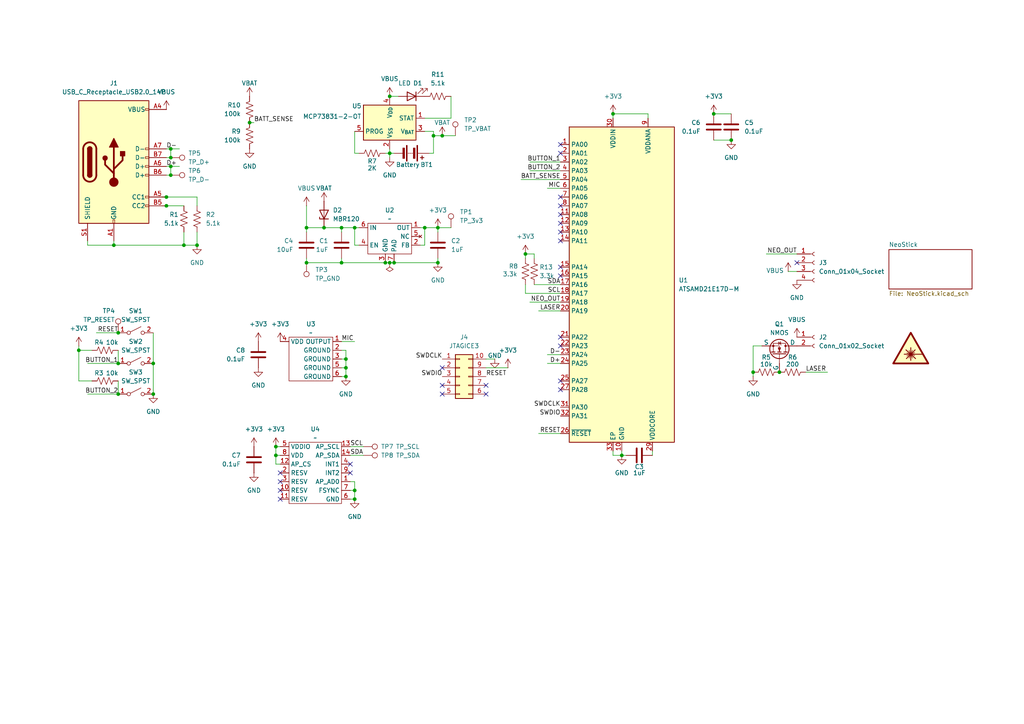
<source format=kicad_sch>
(kicad_sch (version 20231120) (generator "eeschema") (generator_version "8.0")
  (paper "A4")
  (title_block (date "2024-09-09") (rev "1"))
  (lib_symbols
    (symbol "Battery_Management:MCP73831-2-OT"
      (property "Reference" "U5" (at 2.1941 10.16 0))
      (property "Value" "MCP73831-2-OT" (at 2.1941 7.62 0))
      (symbol "MCP73831-2-OT_1_1"
        (pin tri_state line (at 10.16 1.27 180) (length 2.54) (name "STAT") (number "1"))
        (pin power_in line (at 0 -7.62 90) (length 2.54) (name "V_{SS}") (number "2"))
        (pin power_out line (at 10.16 -2.54 180) (length 2.54) (name "V_{BAT}") (number "3"))
        (pin power_in line (at 0 7.62 270) (length 2.54) (name "V_{DD}") (number "4"))
        (pin input line (at -10.16 -2.54 0) (length 2.54) (name "PROG") (number "5"))
      )
    )
    (symbol "Connector:Conn_01x02_Socket" (pin_names (offset 1.016) hide)
      (property "Reference" "J" (at 0 2.54 0))
      (property "Value" "Conn_01x02_Socket" (at 0 -5.08 0))
      (symbol "Conn_01x02_Socket_1_1"
        (pin passive line (at -5.08 0 0) (length 3.81) (name "Pin_1") (number "1"))
        (pin passive line (at -5.08 -2.54 0) (length 3.81) (name "Pin_2") (number "2"))
      )
    )
    (symbol "Connector:Conn_01x04_Socket" (pin_names (offset 1.016) hide)
      (property "Reference" "J" (at 0 5.08 0))
      (property "Value" "Conn_01x04_Socket" (at 0 -7.62 0))
      (symbol "Conn_01x04_Socket_1_1"
        (pin passive line (at -5.08 2.54 0) (length 3.81) (name "Pin_1") (number "1"))
        (pin passive line (at -5.08 0 0) (length 3.81) (name "Pin_2") (number "2"))
        (pin passive line (at -5.08 -2.54 0) (length 3.81) (name "Pin_3") (number "3"))
        (pin passive line (at -5.08 -5.08 0) (length 3.81) (name "Pin_4") (number "4"))
      )
    )
    (symbol "Connector:TestPoint" (pin_numbers hide) (pin_names (offset 0.762) hide)
      (property "Reference" "TP" (at 0 6.858 0))
      (property "Value" "TestPoint" (at 0 5.08 0))
      (symbol "TestPoint_1_1"
        (pin passive line (at 0 0 90) (length 2.54) (name "1") (number "1"))
      )
    )
    (symbol "Connector:USB_C_Receptacle_USB2.0_14P" (pin_names (offset 1.016))
      (property "Reference" "J1" (at 0 22.86 0))
      (property "Value" "USB_C_Receptacle_USB2.0_14P" (at 0 20.32 0))
      (symbol "USB_C_Receptacle_USB2.0_14P_1_1"
        (pin passive line (at 0 -22.86 90) (length 5.08) (name "GND") (number "A1"))
        (pin passive line (at 0 -22.86 90) (length 5.08) hide (name "GND") (number "A12"))
        (pin power_out line (at 15.24 15.24 180) (length 5.08) (name "VBUS") (number "A4"))
        (pin bidirectional line (at 15.24 -10.16 180) (length 5.08) (name "CC1") (number "A5"))
        (pin bidirectional line (at 15.24 -1.27 180) (length 5.08) (name "D+") (number "A6"))
        (pin bidirectional line (at 15.24 3.81 180) (length 5.08) (name "D-") (number "A7"))
        (pin passive line (at 15.24 15.24 180) (length 5.08) hide (name "VBUS") (number "A9"))
        (pin passive line (at 0 -22.86 90) (length 5.08) hide (name "GND") (number "B1"))
        (pin passive line (at 0 -22.86 90) (length 5.08) hide (name "GND") (number "B12"))
        (pin passive line (at 15.24 15.24 180) (length 5.08) hide (name "VBUS") (number "B4"))
        (pin bidirectional line (at 15.24 -12.7 180) (length 5.08) (name "CC2") (number "B5"))
        (pin bidirectional line (at 15.24 -3.81 180) (length 5.08) (name "D+") (number "B6"))
        (pin bidirectional line (at 15.24 1.27 180) (length 5.08) (name "D-") (number "B7"))
        (pin passive line (at 15.24 15.24 180) (length 5.08) hide (name "VBUS") (number "B9"))
        (pin passive line (at -7.62 -22.86 90) (length 5.08) (name "SHIELD") (number "S1"))
      )
    )
    (symbol "Connector_Generic:Conn_02x05_Counter_Clockwise" (pin_names (offset 1.016) hide)
      (property "Reference" "J" (at 1.27 7.62 0))
      (property "Value" "Conn_02x05_Counter_Clockwise" (at 1.27 -7.62 0))
      (symbol "Conn_02x05_Counter_Clockwise_1_1"
        (pin passive line (at -5.08 5.08 0) (length 3.81) (name "Pin_1") (number "1"))
        (pin passive line (at 7.62 5.08 180) (length 3.81) (name "Pin_10") (number "10"))
        (pin passive line (at -5.08 2.54 0) (length 3.81) (name "Pin_2") (number "2"))
        (pin passive line (at -5.08 0 0) (length 3.81) (name "Pin_3") (number "3"))
        (pin passive line (at -5.08 -2.54 0) (length 3.81) (name "Pin_4") (number "4"))
        (pin passive line (at -5.08 -5.08 0) (length 3.81) (name "Pin_5") (number "5"))
        (pin passive line (at 7.62 -5.08 180) (length 3.81) (name "Pin_6") (number "6"))
        (pin passive line (at 7.62 -2.54 180) (length 3.81) (name "Pin_7") (number "7"))
        (pin passive line (at 7.62 0 180) (length 3.81) (name "Pin_8") (number "8"))
        (pin passive line (at 7.62 2.54 180) (length 3.81) (name "Pin_9") (number "9"))
      )
    )
    (symbol "Device:Battery" (pin_numbers hide) (pin_names (offset 0) hide)
      (property "Reference" "BT" (at 2.54 2.54 0))
      (property "Value" "Battery" (at 2.54 0 0))
      (symbol "Battery_1_1"
        (pin passive line (at 0 5.08 270) (length 2.54) (name "+") (number "1"))
        (pin passive line (at 0 -5.08 90) (length 2.54) (name "-") (number "2"))
      )
    )
    (symbol "Device:C" (pin_numbers hide) (pin_names (offset 0.254))
      (property "Reference" "C" (at 0.635 2.54 0))
      (property "Value" "C" (at 0.635 -2.54 0))
      (symbol "C_1_1"
        (pin passive line (at 0 3.81 270) (length 2.794) (name "~") (number "1"))
        (pin passive line (at 0 -3.81 90) (length 2.794) (name "~") (number "2"))
      )
    )
    (symbol "Device:D_Zener" (pin_numbers hide) (pin_names (offset 1.016) hide)
      (property "Reference" "D" (at 0 2.54 0))
      (property "Value" "D_Zener" (at 0 -2.54 0))
      (symbol "D_Zener_1_1"
        (pin passive line (at -3.81 0 0) (length 2.54) (name "K") (number "1"))
        (pin passive line (at 3.81 0 180) (length 2.54) (name "A") (number "2"))
      )
    )
    (symbol "Device:LED" (pin_numbers hide) (pin_names (offset 1.016) hide)
      (property "Reference" "D" (at 0 2.54 0))
      (property "Value" "LED" (at 0 -2.54 0))
      (symbol "LED_1_1"
        (pin passive line (at -3.81 0 0) (length 2.54) (name "K") (number "1"))
        (pin passive line (at 3.81 0 180) (length 2.54) (name "A") (number "2"))
      )
    )
    (symbol "Device:R_US" (pin_numbers hide) (pin_names (offset 0))
      (property "Reference" "R" (at 2.54 0 90))
      (property "Value" "R_US" (at -2.54 0 90))
      (symbol "R_US_1_1"
        (pin passive line (at 0 3.81 270) (length 1.27) (name "~") (number "1"))
        (pin passive line (at 0 -3.81 90) (length 1.27) (name "~") (number "2"))
      )
    )
    (symbol "Graphic:SYM_LASER_Large" (in_bom no) (on_board no))
    (symbol "LightLibrary:ICM-42670-P"
      (property "Reference" "U" (at -0.762 11.43 0))
      (symbol "ICM-42670-P_0_0"
        (pin unspecified line (at 10.16 -1.27 180) (length 2.54) (name "AP_AD0") (number "1"))
        (pin unspecified line (at -10.16 -3.81 0) (length 2.54) (name "RESV") (number "10"))
        (pin unspecified line (at -10.16 -6.35 0) (length 2.54) (name "RESV") (number "11"))
        (pin unspecified line (at -10.16 3.81 0) (length 2.54) (name "AP_CS") (number "12"))
        (pin unspecified line (at 10.16 8.89 180) (length 2.54) (name "AP_SCL") (number "13"))
        (pin unspecified line (at -10.16 1.27 0) (length 2.54) (name "RESV") (number "2"))
        (pin unspecified line (at -10.16 -1.27 0) (length 2.54) (name "RESV") (number "3"))
        (pin unspecified line (at 10.16 3.81 180) (length 2.54) (name "INT1") (number "4"))
        (pin unspecified line (at -10.16 8.89 0) (length 2.54) (name "VDDIO") (number "5"))
        (pin unspecified line (at 10.16 -6.35 180) (length 2.54) (name "GND") (number "6"))
        (pin unspecified line (at 10.16 -3.81 180) (length 2.54) (name "FSYNC") (number "7"))
        (pin unspecified line (at -10.16 6.35 0) (length 2.54) (name "VDD") (number "8"))
        (pin unspecified line (at 10.16 1.27 180) (length 2.54) (name "INT2") (number "9"))
      )
      (symbol "ICM-42670-P_1_0"
        (pin unspecified line (at 10.16 6.35 180) (length 2.54) (name "AP_SDA") (number "14"))
      )
    )
    (symbol "LightLibrary:NCP176"
      (property "Reference" "U" (at 0 5.08 0))
      (symbol "NCP176_0_0"
        (pin power_out line (at 8.89 2.54 180) (length 2.54) (name "OUT") (number "1"))
        (pin input line (at 8.89 -2.54 180) (length 2.54) (name "FB") (number "2"))
        (pin power_in line (at -1.27 -7.62 90) (length 2.54) (name "GND") (number "3"))
        (pin input line (at -8.89 -2.54 0) (length 2.54) (name "EN") (number "4"))
        (pin power_in line (at -8.89 2.54 0) (length 2.54) (name "IN") (number "6"))
      )
      (symbol "NCP176_1_0"
        (pin no_connect line (at 8.89 0 180) (length 2.54) (name "NC") (number "5"))
        (pin power_in line (at 1.27 -7.62 90) (length 2.54) (name "PAD") (number "7"))
      )
    )
    (symbol "LightLibrary:SPU0410"
      (property "Reference" "U" (at 0 8.128 0))
      (symbol "SPU0410_0_0"
        (pin output line (at 8.89 5.08 180) (length 2.54) (name "OUTPUT") (number "1"))
        (pin power_in line (at 8.89 2.54 180) (length 2.54) (name "GROUND") (number "2"))
        (pin power_in line (at 8.89 0 180) (length 2.54) (name "GROUND") (number "3"))
        (pin power_in line (at -8.89 5.08 0) (length 2.54) (name "VDD") (number "4"))
        (pin power_in line (at 8.89 -2.54 180) (length 2.54) (name "GROUND") (number "5"))
        (pin power_in line (at 8.89 -5.08 180) (length 2.54) (name "GROUND") (number "6"))
      )
    )
    (symbol "MCU_Microchip_SAMD:ATSAMD21E17D-M"
      (property "Reference" "U1" (at 16.51 1.2701 0))
      (property "Value" "ATSAMD21E17D-M" (at 16.51 -1.2699 0))
      (symbol "ATSAMD21E17D-M_1_1"
        (pin bidirectional line (at -17.78 40.64 0) (length 2.54) (name "PA00") (number "1"))
        (pin power_in line (at 0 -48.26 90) (length 2.54) (name "GND") (number "10"))
        (pin bidirectional line (at -17.78 20.32 0) (length 2.54) (name "PA08") (number "11"))
        (pin bidirectional line (at -17.78 17.78 0) (length 2.54) (name "PA09") (number "12"))
        (pin bidirectional line (at -17.78 15.24 0) (length 2.54) (name "PA10") (number "13"))
        (pin bidirectional line (at -17.78 12.7 0) (length 2.54) (name "PA11") (number "14"))
        (pin bidirectional line (at -17.78 5.08 0) (length 2.54) (name "PA14") (number "15"))
        (pin bidirectional line (at -17.78 2.54 0) (length 2.54) (name "PA15") (number "16"))
        (pin bidirectional line (at -17.78 0 0) (length 2.54) (name "PA16") (number "17"))
        (pin bidirectional line (at -17.78 -2.54 0) (length 2.54) (name "PA17") (number "18"))
        (pin bidirectional line (at -17.78 -5.08 0) (length 2.54) (name "PA18") (number "19"))
        (pin bidirectional line (at -17.78 38.1 0) (length 2.54) (name "PA01") (number "2"))
        (pin bidirectional line (at -17.78 -7.62 0) (length 2.54) (name "PA19") (number "20"))
        (pin bidirectional line (at -17.78 -15.24 0) (length 2.54) (name "PA22") (number "21"))
        (pin bidirectional line (at -17.78 -17.78 0) (length 2.54) (name "PA23") (number "22"))
        (pin bidirectional line (at -17.78 -20.32 0) (length 2.54) (name "PA24") (number "23"))
        (pin bidirectional line (at -17.78 -22.86 0) (length 2.54) (name "PA25") (number "24"))
        (pin bidirectional line (at -17.78 -27.94 0) (length 2.54) (name "PA27") (number "25"))
        (pin input line (at -17.78 -43.18 0) (length 2.54) (name "~{RESET}") (number "26"))
        (pin bidirectional line (at -17.78 -30.48 0) (length 2.54) (name "PA28") (number "27"))
        (pin passive line (at 0 -48.26 90) (length 2.54) hide (name "GND") (number "28"))
        (pin power_out line (at 8.89 -48.26 90) (length 2.54) (name "VDDCORE") (number "29"))
        (pin bidirectional line (at -17.78 35.56 0) (length 2.54) (name "PA02") (number "3"))
        (pin power_in line (at -2.54 48.26 270) (length 2.54) (name "VDDIN") (number "30"))
        (pin bidirectional line (at -17.78 -35.56 0) (length 2.54) (name "PA30") (number "31"))
        (pin bidirectional line (at -17.78 -38.1 0) (length 2.54) (name "PA31") (number "32"))
        (pin passive line (at -2.54 -48.26 90) (length 2.54) (name "EP") (number "33"))
        (pin bidirectional line (at -17.78 33.02 0) (length 2.54) (name "PA03") (number "4"))
        (pin bidirectional line (at -17.78 30.48 0) (length 2.54) (name "PA04") (number "5"))
        (pin bidirectional line (at -17.78 27.94 0) (length 2.54) (name "PA05") (number "6"))
        (pin bidirectional line (at -17.78 25.4 0) (length 2.54) (name "PA06") (number "7"))
        (pin bidirectional line (at -17.78 22.86 0) (length 2.54) (name "PA07") (number "8"))
        (pin power_in line (at 7.62 48.26 270) (length 2.54) (name "VDDANA") (number "9"))
      )
    )
    (symbol "Simulation_SPICE:NMOS" (pin_numbers hide) (pin_names (offset 0))
      (property "Reference" "Q" (at 5.08 1.27 0))
      (property "Value" "NMOS" (at 5.08 -1.27 0))
      (symbol "NMOS_1_1"
        (pin passive line (at 2.54 5.08 270) (length 2.54) (name "D") (number "1"))
        (pin input line (at -5.08 0 0) (length 2.54) (name "G") (number "2"))
        (pin passive line (at 2.54 -5.08 90) (length 2.54) (name "S") (number "3"))
      )
    )
    (symbol "Switch:SW_SPST" (pin_names (offset 0) hide)
      (property "Reference" "SW" (at 0 3.175 0))
      (property "Value" "SW_SPST" (at 0 -2.54 0))
      (symbol "SW_SPST_1_1"
        (pin passive line (at -5.08 0 0) (length 2.54) (name "A") (number "1"))
        (pin passive line (at 5.08 0 180) (length 2.54) (name "B") (number "2"))
      )
    )
    (symbol "power:+3V3" (power) (pin_numbers hide) (pin_names (offset 0) hide)
      (property "Value" "+3V3" (at 0 3.556 0))
      (symbol "+3V3_1_1"
        (pin power_in line (at 0 0 90) (length 0) (name "~") (number "1"))
      )
    )
    (symbol "power:GND" (power) (pin_numbers hide) (pin_names (offset 0) hide)
      (property "Value" "GND" (at 0 -3.81 0))
      (symbol "GND_1_1"
        (pin power_in line (at 0 0 270) (length 0) (name "~") (number "1"))
      )
    )
    (symbol "power:PWR_FLAG" (power) (pin_numbers hide) (pin_names (offset 0) hide)
      (property "Value" "PWR_FLAG" (at 0 3.81 0))
      (symbol "PWR_FLAG_0_0"
        (pin power_out line (at 0 0 90) (length 0) (name "~") (number "1"))
      )
    )
    (symbol "power:VBUS" (power) (pin_numbers hide) (pin_names (offset 0) hide)
      (property "Value" "VBUS" (at 0 3.556 0))
      (symbol "VBUS_1_1"
        (pin power_in line (at 0 0 90) (length 0) (name "~") (number "1"))
      )
    )
  )
  (junction (at 152.4 73.66))
  (junction (at 100.33 109.22))
  (junction (at 226.06 107.95))
  (junction (at 114.3 76.2))
  (junction (at 127 66.04))
  (junction (at 127 76.2))
  (junction (at 100.33 106.68))
  (junction (at 180.34 132.08))
  (junction (at 207.01 33.02))
  (junction (at 88.9 66.04))
  (junction (at 53.34 71.12))
  (junction (at 80.01 132.08))
  (junction (at 34.29 96.52))
  (junction (at 102.87 66.04))
  (junction (at 44.45 114.3))
  (junction (at 113.03 76.2))
  (junction (at 57.15 71.12))
  (junction (at 49.53 43.18))
  (junction (at 177.8 33.02))
  (junction (at 123.19 66.04))
  (junction (at 34.29 105.41))
  (junction (at 49.53 50.8))
  (junction (at 88.9 76.2))
  (junction (at 93.98 66.04))
  (junction (at 72.39 35.56))
  (junction (at 44.45 105.41))
  (junction (at 34.29 114.3))
  (junction (at 102.87 142.24))
  (junction (at 218.44 107.95))
  (junction (at 113.03 27.94))
  (junction (at 33.02 71.12))
  (junction (at 49.53 48.26))
  (junction (at 99.06 76.2))
  (junction (at 212.09 40.64))
  (junction (at 128.27 39.37))
  (junction (at 102.87 144.78))
  (junction (at 113.03 44.45))
  (junction (at 80.01 129.54))
  (junction (at 22.86 101.6))
  (junction (at 48.26 57.15))
  (junction (at 49.53 45.72))
  (junction (at 100.33 104.14))
  (junction (at 125.73 39.37))
  (junction (at 48.26 59.69))
  (junction (at 99.06 66.04))
  (junction (at 111.76 76.2))
  (no_connect (at 162.56 67.31))
  (no_connect (at 162.56 59.69))
  (no_connect (at 162.56 69.85))
  (no_connect (at 128.27 111.76))
  (no_connect (at 162.56 80.01))
  (no_connect (at 162.56 97.79))
  (no_connect (at 101.6 134.62))
  (no_connect (at 81.28 142.24))
  (no_connect (at 162.56 57.15))
  (no_connect (at 231.14 76.2))
  (no_connect (at 81.28 137.16))
  (no_connect (at 81.28 139.7))
  (no_connect (at 140.97 114.3))
  (no_connect (at 162.56 77.47))
  (no_connect (at 162.56 113.03))
  (no_connect (at 162.56 64.77))
  (no_connect (at 140.97 111.76))
  (no_connect (at 101.6 137.16))
  (no_connect (at 128.27 114.3))
  (no_connect (at 81.28 144.78))
  (no_connect (at 162.56 41.91))
  (no_connect (at 162.56 44.45))
  (no_connect (at 162.56 62.23))
  (no_connect (at 162.56 100.33))
  (no_connect (at 128.27 106.68))
  (no_connect (at 162.56 110.49))
  (wire (pts (xy 25.4 105.41) (xy 34.29 105.41)))
  (wire (pts (xy 123.19 38.1) (xy 125.73 38.1)))
  (wire (pts (xy 218.44 109.22) (xy 218.44 107.95)))
  (wire (pts (xy 57.15 67.31) (xy 57.15 71.12)))
  (wire (pts (xy 22.86 110.49) (xy 26.67 110.49)))
  (wire (pts (xy 27.94 96.52) (xy 34.29 96.52)))
  (wire (pts (xy 99.06 104.14) (xy 100.33 104.14)))
  (wire (pts (xy 80.01 132.08) (xy 81.28 132.08)))
  (wire (pts (xy 113.03 44.45) (xy 113.03 45.72)))
  (wire (pts (xy 48.26 50.8) (xy 49.53 50.8)))
  (wire (pts (xy 102.87 139.7) (xy 101.6 139.7)))
  (wire (pts (xy 44.45 105.41) (xy 44.45 114.3)))
  (wire (pts (xy 111.76 76.2) (xy 113.03 76.2)))
  (wire (pts (xy 102.87 38.1) (xy 102.87 44.45)))
  (wire (pts (xy 46.99 57.15) (xy 48.26 57.15)))
  (wire (pts (xy 46.99 59.69) (xy 48.26 59.69)))
  (wire (pts (xy 140.97 106.68) (xy 147.32 106.68)))
  (wire (pts (xy 49.53 43.18) (xy 52.07 43.18)))
  (wire (pts (xy 88.9 76.2) (xy 99.06 76.2)))
  (wire (pts (xy 153.67 49.53) (xy 162.56 49.53)))
  (wire (pts (xy 140.97 104.14) (xy 143.51 104.14)))
  (wire (pts (xy 22.86 101.6) (xy 22.86 110.49)))
  (wire (pts (xy 114.3 44.45) (xy 113.03 44.45)))
  (wire (pts (xy 130.81 34.29) (xy 123.19 34.29)))
  (wire (pts (xy 49.53 45.72) (xy 49.53 43.18)))
  (wire (pts (xy 121.92 71.12) (xy 123.19 71.12)))
  (wire (pts (xy 111.76 44.45) (xy 113.03 44.45)))
  (wire (pts (xy 101.6 132.08) (xy 105.41 132.08)))
  (wire (pts (xy 156.21 90.17) (xy 162.56 90.17)))
  (wire (pts (xy 25.4 114.3) (xy 34.29 114.3)))
  (wire (pts (xy 80.01 129.54) (xy 80.01 132.08)))
  (wire (pts (xy 33.02 71.12) (xy 33.02 69.85)))
  (wire (pts (xy 22.86 101.6) (xy 26.67 101.6)))
  (wire (pts (xy 102.87 142.24) (xy 102.87 139.7)))
  (wire (pts (xy 99.06 76.2) (xy 99.06 74.93)))
  (wire (pts (xy 102.87 44.45) (xy 104.14 44.45)))
  (wire (pts (xy 100.33 104.14) (xy 100.33 106.68)))
  (wire (pts (xy 34.29 101.6) (xy 34.29 105.41)))
  (wire (pts (xy 44.45 96.52) (xy 44.45 105.41)))
  (wire (pts (xy 48.26 43.18) (xy 49.53 43.18)))
  (wire (pts (xy 88.9 66.04) (xy 88.9 67.31)))
  (wire (pts (xy 127 66.04) (xy 127 67.31)))
  (wire (pts (xy 88.9 74.93) (xy 88.9 76.2)))
  (wire (pts (xy 125.73 38.1) (xy 125.73 39.37)))
  (wire (pts (xy 189.23 130.81) (xy 189.23 132.08)))
  (wire (pts (xy 158.75 54.61) (xy 162.56 54.61)))
  (wire (pts (xy 104.14 71.12) (xy 102.87 71.12)))
  (wire (pts (xy 187.96 33.02) (xy 177.8 33.02)))
  (wire (pts (xy 88.9 59.69) (xy 88.9 66.04)))
  (wire (pts (xy 101.6 129.54) (xy 105.41 129.54)))
  (wire (pts (xy 57.15 71.12) (xy 53.34 71.12)))
  (wire (pts (xy 207.01 40.64) (xy 212.09 40.64)))
  (wire (pts (xy 180.34 130.81) (xy 180.34 132.08)))
  (wire (pts (xy 102.87 144.78) (xy 102.87 142.24)))
  (wire (pts (xy 101.6 144.78) (xy 102.87 144.78)))
  (wire (pts (xy 222.25 73.66) (xy 231.14 73.66)))
  (wire (pts (xy 48.26 48.26) (xy 49.53 48.26)))
  (wire (pts (xy 100.33 106.68) (xy 100.33 109.22)))
  (wire (pts (xy 114.3 76.2) (xy 127 76.2)))
  (wire (pts (xy 100.33 101.6) (xy 100.33 104.14)))
  (wire (pts (xy 49.53 48.26) (xy 49.53 50.8)))
  (wire (pts (xy 48.26 45.72) (xy 49.53 45.72)))
  (wire (pts (xy 113.03 27.94) (xy 115.57 27.94)))
  (wire (pts (xy 22.86 100.33) (xy 22.86 101.6)))
  (wire (pts (xy 218.44 107.95) (xy 218.44 100.33)))
  (wire (pts (xy 34.29 110.49) (xy 34.29 114.3)))
  (wire (pts (xy 207.01 33.02) (xy 212.09 33.02)))
  (wire (pts (xy 81.28 134.62) (xy 80.01 134.62)))
  (wire (pts (xy 93.98 66.04) (xy 99.06 66.04)))
  (wire (pts (xy 99.06 106.68) (xy 100.33 106.68)))
  (wire (pts (xy 130.81 27.94) (xy 130.81 34.29)))
  (wire (pts (xy 80.01 129.54) (xy 81.28 129.54)))
  (wire (pts (xy 152.4 85.09) (xy 152.4 82.55)))
  (wire (pts (xy 125.73 44.45) (xy 124.46 44.45)))
  (wire (pts (xy 181.61 132.08) (xy 180.34 132.08)))
  (wire (pts (xy 102.87 66.04) (xy 104.14 66.04)))
  (wire (pts (xy 25.4 71.12) (xy 25.4 69.85)))
  (wire (pts (xy 113.03 44.45) (xy 113.03 43.18)))
  (wire (pts (xy 99.06 109.22) (xy 100.33 109.22)))
  (wire (pts (xy 99.06 66.04) (xy 102.87 66.04)))
  (wire (pts (xy 127 66.04) (xy 130.81 66.04)))
  (wire (pts (xy 152.4 73.66) (xy 152.4 74.93)))
  (wire (pts (xy 233.68 107.95) (xy 240.03 107.95)))
  (wire (pts (xy 113.03 76.2) (xy 114.3 76.2)))
  (wire (pts (xy 152.4 73.66) (xy 154.94 73.66)))
  (wire (pts (xy 123.19 66.04) (xy 127 66.04)))
  (wire (pts (xy 125.73 39.37) (xy 125.73 44.45)))
  (wire (pts (xy 73.66 35.56) (xy 72.39 35.56)))
  (wire (pts (xy 177.8 33.02) (xy 177.8 34.29)))
  (wire (pts (xy 187.96 33.02) (xy 187.96 34.29)))
  (wire (pts (xy 57.15 57.15) (xy 57.15 59.69)))
  (wire (pts (xy 49.53 48.26) (xy 52.07 48.26)))
  (wire (pts (xy 158.75 105.41) (xy 162.56 105.41)))
  (wire (pts (xy 48.26 57.15) (xy 57.15 57.15)))
  (wire (pts (xy 125.73 39.37) (xy 128.27 39.37)))
  (wire (pts (xy 99.06 76.2) (xy 111.76 76.2)))
  (wire (pts (xy 121.92 66.04) (xy 123.19 66.04)))
  (wire (pts (xy 156.21 125.73) (xy 162.56 125.73)))
  (wire (pts (xy 218.44 100.33) (xy 220.98 100.33)))
  (wire (pts (xy 53.34 67.31) (xy 53.34 71.12)))
  (wire (pts (xy 102.87 66.04) (xy 102.87 71.12)))
  (wire (pts (xy 88.9 66.04) (xy 93.98 66.04)))
  (wire (pts (xy 53.34 71.12) (xy 33.02 71.12)))
  (wire (pts (xy 153.67 46.99) (xy 162.56 46.99)))
  (wire (pts (xy 154.94 82.55) (xy 162.56 82.55)))
  (wire (pts (xy 153.67 87.63) (xy 162.56 87.63)))
  (wire (pts (xy 80.01 134.62) (xy 80.01 132.08)))
  (wire (pts (xy 158.75 102.87) (xy 162.56 102.87)))
  (wire (pts (xy 154.94 73.66) (xy 154.94 74.93)))
  (wire (pts (xy 177.8 132.08) (xy 177.8 130.81)))
  (wire (pts (xy 128.27 39.37) (xy 132.08 39.37)))
  (wire (pts (xy 33.02 71.12) (xy 25.4 71.12)))
  (wire (pts (xy 99.06 101.6) (xy 100.33 101.6)))
  (wire (pts (xy 99.06 66.04) (xy 99.06 67.31)))
  (wire (pts (xy 99.06 99.06) (xy 102.87 99.06)))
  (wire (pts (xy 123.19 66.04) (xy 123.19 71.12)))
  (wire (pts (xy 151.13 52.07) (xy 162.56 52.07)))
  (wire (pts (xy 152.4 85.09) (xy 162.56 85.09)))
  (wire (pts (xy 102.87 142.24) (xy 101.6 142.24)))
  (wire (pts (xy 228.6 78.74) (xy 231.14 78.74)))
  (wire (pts (xy 180.34 132.08) (xy 177.8 132.08)))
  (wire (pts (xy 127 76.2) (xy 127 74.93)))
  (wire (pts (xy 48.26 59.69) (xy 53.34 59.69)))
  (label "D+" (at 48.26 48.26 0))
  (label "SWDCLK" (at 162.56 118.11 180))
  (label "LASER" (at 162.56 90.17 180))
  (label "MIC" (at 162.56 54.61 180))
  (label "SWDCLK" (at 128.27 104.14 180))
  (label "BATT_SENSE" (at 162.56 52.07 180))
  (label "BUTTON_1" (at 34.29 105.41 180))
  (label "BUTTON_2" (at 34.29 114.3 180))
  (label "SCL" (at 162.56 85.09 180))
  (label "MIC" (at 99.06 99.06 0))
  (label "SWDIO" (at 128.27 109.22 180))
  (label "SCL" (at 101.6 129.54 0))
  (label "NEO_OUT" (at 231.14 73.66 180))
  (label "D+" (at 162.56 105.41 180))
  (label "BUTTON_2" (at 162.56 49.53 180))
  (label "BATT_SENSE" (at 73.66 35.56 0))
  (label "NEO_OUT" (at 162.56 87.63 180))
  (label "RESET" (at 140.97 109.22 0))
  (label "RESET" (at 162.56 125.73 180))
  (label "D-" (at 48.26 43.18 0))
  (label "LASER" (at 233.68 107.95 0))
  (label "SWDIO" (at 162.56 120.65 180))
  (label "D-" (at 162.56 102.87 180))
  (label "BUTTON_1" (at 162.56 46.99 180))
  (label "SDA" (at 101.6 132.08 0))
  (label "SDA" (at 162.56 82.55 180))
  (label "RESET" (at 34.29 96.52 180))
  (symbol (lib_id "power:GND") (at 218.44 109.22 0) (unit 1)
    (property "Reference" "#PWR014" (effects (hide yes)))
    (property "Value" "GND" (at 218.44 114.3 0))
    (property "Description" "Power symbol creates a global label with name \"GND\" , ground" (effects (hide yes)))
  )
  (symbol (lib_id "power:GND") (at 231.14 81.28 0) (unit 1)
    (property "Reference" "#PWR05" (effects (hide yes)))
    (property "Value" "GND" (at 231.14 86.36 0))
    (property "Description" "Power symbol creates a global label with name \"GND\" , ground" (effects (hide yes)))
  )
  (symbol (lib_id "Device:C") (at 88.9 71.12 0) (mirror y) (unit 1)
    (property "Reference" "C4" (at 85.09 69.8499 0) (effects (justify left)))
    (property "Value" "10uF" (at 85.09 72.3899 0) (effects (justify left)))
    (property "Footprint" "Capacitor_SMD:C_0603_1608Metric" (effects (hide yes)))
    (property "Description" "Unpolarized capacitor" (effects (hide yes)))
  )
  (symbol (lib_id "Device:LED") (at 119.38 27.94 180) (unit 1)
    (property "Reference" "D1" (at 121.158 24.13 0))
    (property "Value" "LED" (at 117.348 24.13 0))
    (property "Footprint" "LED_SMD:LED_0603_1608Metric" (effects (hide yes)))
    (property "Description" "Light emitting diode" (effects (hide yes)))
  )
  (symbol (lib_id "power:PWR_FLAG") (at 113.03 76.2 180) (unit 1)
    (property "Reference" "#FLG02" (effects (hide yes)))
    (property "Value" "PWR_FLAG" (effects (hide yes)))
    (property "Description" "Special symbol for telling ERC where power comes from" (effects (hide yes)))
  )
  (symbol (lib_id "power:+3V3") (at 177.8 33.02 0) (unit 1)
    (property "Reference" "#PWR025" (effects (hide yes)))
    (property "Value" "+3V3" (at 177.8 27.94 0))
    (property "Description" "Power symbol creates a global label with name \"+3V3\"" (effects (hide yes)))
  )
  (symbol (lib_id "Connector:Conn_01x04_Socket") (at 236.22 76.2 0) (unit 1)
    (property "Reference" "J3" (at 237.49 76.1999 0) (effects (justify left)))
    (property "Value" "Conn_01x04_Socket" (at 237.49 78.7399 0) (effects (justify left)))
    (property "Footprint" "Connector_PinSocket_2.54mm:PinSocket_1x04_P2.54mm_Vertical" (effects (hide yes)))
    (property "Description" "Generic connector, single row, 01x04, script generated" (effects (hide yes)))
  )
  (symbol (lib_id "power:+3V3") (at 147.32 106.68 0) (mirror y) (unit 1)
    (property "Reference" "#PWR024" (effects (hide yes)))
    (property "Value" "+3V3" (at 147.32 101.6 0))
    (property "Description" "Power symbol creates a global label with name \"+3V3\"" (effects (hide yes)))
  )
  (symbol (lib_id "Switch:SW_SPST") (at 39.37 105.41 0) (unit 1)
    (property "Reference" "SW2" (at 39.37 99.06 0))
    (property "Value" "SW_SPST" (at 39.37 101.6 0))
    (property "Footprint" "Button_Switch_SMD:SW_Push_1P1T_NO_CK_KSC6xxJ" (effects (hide yes)))
    (property "Description" "Single Pole Single Throw (SPST) switch" (effects (hide yes)))
  )
  (symbol (lib_id "power:+3V3") (at 73.66 129.54 0) (mirror y) (unit 1)
    (property "Reference" "#PWR019" (effects (hide yes)))
    (property "Value" "+3V3" (at 73.66 124.46 0))
    (property "Description" "Power symbol creates a global label with name \"+3V3\"" (effects (hide yes)))
  )
  (symbol (lib_id "Battery_Management:MCP73831-2-OT") (at 113.03 35.56 0) (unit 1)
    (property "Reference" "U5" (at 102.108 30.734 0) (effects (justify left)))
    (property "Value" "MCP73831-2-OT" (at 87.884 33.782 0) (effects (justify left)))
    (property "Footprint" "Package_TO_SOT_SMD:SOT-23-5" (effects (hide yes)))
    (property "Datasheet" "http://ww1.microchip.com/downloads/en/DeviceDoc/20001984g.pdf" (effects (hide yes)))
    (property "Description" "Single cell, Li-Ion/Li-Po charge management controller, 4.20V, Tri-State Status Output, in SOT23-5 package" (effects (hide yes)))
  )
  (symbol (lib_id "power:VBUS") (at 128.27 39.37 0) (unit 1)
    (property "Reference" "#PWR027" (effects (hide yes)))
    (property "Value" "VBAT" (at 128.27 35.56 0))
    (property "Description" "Power symbol creates a global label with name \"VBUS\"" (effects (hide yes)))
  )
  (symbol (lib_id "power:GND") (at 74.93 106.68 0) (mirror y) (unit 1)
    (property "Reference" "#PWR018" (effects (hide yes)))
    (property "Value" "GND" (at 74.93 111.76 0))
    (property "Description" "Power symbol creates a global label with name \"GND\" , ground" (effects (hide yes)))
  )
  (symbol (lib_id "power:+3V3") (at 152.4 73.66 0) (mirror y) (unit 1)
    (property "Reference" "#PWR032" (effects (hide yes)))
    (property "Value" "+3V3" (at 152.4 68.58 0))
    (property "Description" "Power symbol creates a global label with name \"+3V3\"" (effects (hide yes)))
  )
  (symbol (lib_id "power:+3V3") (at 127 66.04 0) (unit 1)
    (property "Reference" "#PWR02" (effects (hide yes)))
    (property "Value" "+3V3" (at 127 60.96 0))
    (property "Description" "Power symbol creates a global label with name \"+3V3\"" (effects (hide yes)))
  )
  (symbol (lib_id "power:GND") (at 44.45 114.3 0) (unit 1)
    (property "Reference" "#PWR08" (effects (hide yes)))
    (property "Value" "GND" (at 44.45 119.38 0))
    (property "Description" "Power symbol creates a global label with name \"GND\" , ground" (effects (hide yes)))
  )
  (symbol (lib_id "MCU_Microchip_SAMD:ATSAMD21E17D-M") (at 180.34 82.55 0) (unit 1)
    (property "Reference" "U1" (at 196.85 81.2799 0) (effects (justify left)))
    (property "Value" "ATSAMD21E17D-M" (at 196.85 83.8199 0) (effects (justify left)))
    (property "Footprint" "Package_DFN_QFN:QFN-32-1EP_5x5mm_P0.5mm_EP3.6x3.6mm" (effects (hide yes)))
    (property "Datasheet" "http://ww1.microchip.com/downloads/en/DeviceDoc/SAM_D21_DA1_Family_Data%20Sheet_DS40001882E.pdf" (effects (hide yes)))
    (property "Description" "SAM D21 Microchip SMART ARM-based Flash MCU, 48Mhz, 128K Flash w/ 4K RWW, 16K SRAM, QFN-32" (effects (hide yes)))
  )
  (symbol (lib_id "Device:C") (at 212.09 36.83 0) (unit 1)
    (property "Reference" "C5" (at 215.9 35.5599 0) (effects (justify left)))
    (property "Value" "0.1uF" (at 215.9 38.0999 0) (effects (justify left)))
    (property "Footprint" "Capacitor_SMD:C_0603_1608Metric" (effects (hide yes)))
    (property "Description" "Unpolarized capacitor" (effects (hide yes)))
  )
  (symbol (lib_id "power:GND") (at 212.09 40.64 0) (unit 1)
    (property "Reference" "#PWR011" (effects (hide yes)))
    (property "Value" "GND" (at 212.09 45.72 0))
    (property "Description" "Power symbol creates a global label with name \"GND\" , ground" (effects (hide yes)))
  )
  (symbol (lib_id "Device:C") (at 207.01 36.83 0) (mirror y) (unit 1)
    (property "Reference" "C6" (at 203.2 35.5599 0) (effects (justify left)))
    (property "Value" "0.1uF" (at 203.2 38.0999 0) (effects (justify left)))
    (property "Footprint" "Capacitor_SMD:C_0603_1608Metric" (effects (hide yes)))
    (property "Description" "Unpolarized capacitor" (effects (hide yes)))
  )
  (symbol (lib_id "Switch:SW_SPST") (at 39.37 114.3 0) (unit 1)
    (property "Reference" "SW3" (at 39.37 107.95 0))
    (property "Value" "SW_SPST" (at 39.37 110.49 0))
    (property "Footprint" "Button_Switch_SMD:SW_Push_1P1T_NO_CK_KSC6xxJ" (effects (hide yes)))
    (property "Description" "Single Pole Single Throw (SPST) switch" (effects (hide yes)))
  )
  (symbol (lib_id "Device:R_US") (at 30.48 110.49 90) (unit 1)
    (property "Reference" "R3" (at 28.702 108.204 90))
    (property "Value" "10k" (at 32.512 108.204 90))
    (property "Footprint" "Resistor_SMD:R_0603_1608Metric" (effects (hide yes)))
    (property "Description" "Resistor, US symbol" (effects (hide yes)))
  )
  (symbol (lib_id "power:GND") (at 72.39 43.18 0) (unit 1)
    (property "Reference" "#PWR031" (effects (hide yes)))
    (property "Value" "GND" (at 72.39 48.26 0))
    (property "Description" "Power symbol creates a global label with name \"GND\" , ground" (effects (hide yes)))
  )
  (symbol (lib_id "Device:R_US") (at 152.4 78.74 0) (unit 1)
    (property "Reference" "R8" (at 147.574 77.216 0) (effects (justify left)))
    (property "Value" "3.3k" (at 145.796 79.502 0) (effects (justify left)))
    (property "Footprint" "Resistor_SMD:R_0603_1608Metric" (effects (hide yes)))
    (property "Description" "Resistor, US symbol" (effects (hide yes)))
  )
  (symbol (lib_id "Device:R_US") (at 30.48 101.6 90) (unit 1)
    (property "Reference" "R4" (at 28.702 99.314 90))
    (property "Value" "10k" (at 32.512 99.314 90))
    (property "Footprint" "Resistor_SMD:R_0603_1608Metric" (effects (hide yes)))
    (property "Description" "Resistor, US symbol" (effects (hide yes)))
  )
  (symbol (lib_id "power:GND") (at 127 76.2 0) (unit 1)
    (property "Reference" "#PWR01" (effects (hide yes)))
    (property "Value" "GND" (at 127 81.28 0))
    (property "Description" "Power symbol creates a global label with name \"GND\" , ground" (effects (hide yes)))
  )
  (symbol (lib_id "LightLibrary:SPU0410") (at 90.17 104.14 0) (unit 1)
    (property "Reference" "U3" (at 90.17 93.98 0))
    (property "Value" "~" (at 90.17 96.52 0))
    (property "Footprint" "LightLibrary:XDCR_SPU0410LR5H-QB" (effects (hide yes)))
  )
  (symbol (lib_id "Connector:TestPoint") (at 132.08 39.37 0) (unit 1)
    (property "Reference" "TP2" (at 134.62 34.7979 0) (effects (justify left)))
    (property "Value" "TP_VBAT" (at 134.62 37.3379 0) (effects (justify left)))
    (property "Footprint" "TestPoint:TestPoint_Pad_D1.5mm" (effects (hide yes)))
    (property "Description" "test point" (effects (hide yes)))
  )
  (symbol (lib_id "Connector:TestPoint") (at 105.41 132.08 270) (unit 1)
    (property "Reference" "TP8" (at 110.49 132.0799 90) (effects (justify left)))
    (property "Value" "TP_SDA" (at 114.808 132.08 90) (effects (justify left)))
    (property "Footprint" "TestPoint:TestPoint_Pad_D1.5mm" (effects (hide yes)))
    (property "Description" "test point" (effects (hide yes)))
  )
  (symbol (lib_id "power:GND") (at 100.33 109.22 0) (mirror y) (unit 1)
    (property "Reference" "#PWR016" (effects (hide yes)))
    (property "Value" "GND" (at 100.33 114.3 0))
    (property "Description" "Power symbol creates a global label with name \"GND\" , ground" (effects (hide yes)))
  )
  (symbol (lib_id "Switch:SW_SPST") (at 39.37 96.52 0) (unit 1)
    (property "Reference" "SW1" (at 39.37 90.17 0))
    (property "Value" "SW_SPST" (at 39.37 92.71 0))
    (property "Footprint" "Button_Switch_SMD:SW_Push_1P1T_NO_CK_KSC6xxJ" (effects (hide yes)))
    (property "Description" "Single Pole Single Throw (SPST) switch" (effects (hide yes)))
  )
  (symbol (lib_id "Device:R_US") (at 107.95 44.45 270) (unit 1)
    (property "Reference" "R7" (at 107.95 46.736 90))
    (property "Value" "2K" (at 107.95 48.768 90))
    (property "Footprint" "Resistor_SMD:R_0603_1608Metric" (effects (hide yes)))
    (property "Description" "Resistor, US symbol" (effects (hide yes)))
  )
  (symbol (lib_id "power:VBUS") (at 113.03 27.94 0) (unit 1)
    (property "Reference" "#PWR07" (effects (hide yes)))
    (property "Value" "VBUS" (at 113.03 22.86 0))
    (property "Description" "Power symbol creates a global label with name \"VBUS\"" (effects (hide yes)))
  )
  (symbol (lib_id "Device:D_Zener") (at 93.98 62.23 90) (unit 1)
    (property "Reference" "D2" (at 96.52 60.9599 90) (effects (justify right)))
    (property "Value" "MBR120" (at 96.52 63.4999 90) (effects (justify right)))
    (property "Footprint" "Diode_SMD:D_SOD-123F" (effects (hide yes)))
    (property "Description" "Zener diode" (effects (hide yes)))
  )
  (symbol (lib_id "Device:R_US") (at 72.39 39.37 0) (mirror y) (unit 1)
    (property "Reference" "R9" (at 69.85 38.0999 0) (effects (justify left)))
    (property "Value" "100k" (at 69.85 40.6399 0) (effects (justify left)))
    (property "Footprint" "Resistor_SMD:R_0603_1608Metric" (effects (hide yes)))
    (property "Description" "Resistor, US symbol" (effects (hide yes)))
  )
  (symbol (lib_id "power:GND") (at 143.51 104.14 0) (mirror y) (unit 1)
    (property "Reference" "#PWR023" (effects (hide yes)))
    (property "Value" "GND" (at 143.51 103.124 0))
    (property "Description" "Power symbol creates a global label with name \"GND\" , ground" (effects (hide yes)))
  )
  (symbol (lib_id "power:VBUS") (at 231.14 97.79 0) (unit 1)
    (property "Reference" "#PWR013" (effects (hide yes)))
    (property "Value" "VBUS" (at 231.14 92.71 0))
    (property "Description" "Power symbol creates a global label with name \"VBUS\"" (effects (hide yes)))
  )
  (symbol (lib_id "LightLibrary:NCP176") (at 113.03 68.58 0) (unit 1)
    (property "Reference" "U2" (at 113.03 60.96 0))
    (property "Value" "~" (at 113.03 63.5 0))
    (property "Footprint" "LightLibrary:XDFN6_711AT_ONS-L" (effects (hide yes)))
  )
  (symbol (lib_id "Device:C") (at 73.66 133.35 0) (mirror y) (unit 1)
    (property "Reference" "C7" (at 69.85 132.0799 0) (effects (justify left)))
    (property "Value" "0.1uF" (at 69.85 134.6199 0) (effects (justify left)))
    (property "Footprint" "Capacitor_SMD:C_0603_1608Metric" (effects (hide yes)))
    (property "Description" "Unpolarized capacitor" (effects (hide yes)))
  )
  (symbol (lib_id "Device:C") (at 185.42 132.08 90) (mirror x) (unit 1)
    (property "Reference" "C3" (at 185.42 135.382 90))
    (property "Value" "1uF" (at 185.42 137.16 90))
    (property "Footprint" "Capacitor_SMD:C_0603_1608Metric" (effects (hide yes)))
    (property "Description" "Unpolarized capacitor" (effects (hide yes)))
  )
  (symbol (lib_id "power:GND") (at 113.03 45.72 0) (unit 1)
    (property "Reference" "#PWR026" (effects (hide yes)))
    (property "Value" "GND" (at 113.03 50.8 0))
    (property "Description" "Power symbol creates a global label with name \"GND\" , ground" (effects (hide yes)))
  )
  (symbol (lib_id "power:VBUS") (at 93.98 58.42 0) (unit 1)
    (property "Reference" "#PWR029" (effects (hide yes)))
    (property "Value" "VBAT" (at 93.98 54.61 0))
    (property "Description" "Power symbol creates a global label with name \"VBUS\"" (effects (hide yes)))
  )
  (symbol (lib_id "power:VBUS") (at 228.6 78.74 0) (unit 1)
    (property "Reference" "#PWR012" (effects (hide yes)))
    (property "Value" "VBUS" (at 224.79 78.486 0))
    (property "Description" "Power symbol creates a global label with name \"VBUS\"" (effects (hide yes)))
  )
  (symbol (lib_id "Connector:USB_C_Receptacle_USB2.0_14P") (at 33.02 46.99 0) (unit 1)
    (property "Reference" "J1" (at 33.02 24.13 0))
    (property "Value" "USB_C_Receptacle_USB2.0_14P" (at 33.02 26.67 0))
    (property "Footprint" "Connector_USB:USB_C_Receptacle_Palconn_UTC16-G" (effects (hide yes)))
    (property "Datasheet" "https://www.usb.org/sites/default/files/documents/usb_type-c.zip" (effects (hide yes)))
    (property "Description" "USB 2.0-only 14P Type-C Receptacle connector" (effects (hide yes)))
  )
  (symbol (lib_id "Device:R_US") (at 57.15 63.5 0) (unit 1)
    (property "Reference" "R2" (at 59.69 62.2299 0) (effects (justify left)))
    (property "Value" "5.1k" (at 59.69 64.7699 0) (effects (justify left)))
    (property "Footprint" "Resistor_SMD:R_0603_1608Metric" (effects (hide yes)))
    (property "Description" "Resistor, US symbol" (effects (hide yes)))
  )
  (symbol (lib_id "Connector_Generic:Conn_02x05_Counter_Clockwise") (at 133.35 109.22 0) (unit 1)
    (property "Reference" "J4" (at 134.62 97.79 0))
    (property "Value" "JTAGICE3" (at 134.62 100.33 0))
    (property "Footprint" "Connector_PinHeader_2.54mm:PinHeader_2x05_P2.54mm_Vertical" (effects (hide yes)))
    (property "Description" "Generic connector, double row, 02x05, counter clockwise pin numbering scheme (similar to DIP package numbering), script generated (kicad-library-utils/schlib/autogen/connector/)" (effects (hide yes)))
  )
  (symbol (lib_id "power:GND") (at 180.34 132.08 0) (unit 1)
    (property "Reference" "#PWR06" (effects (hide yes)))
    (property "Value" "GND" (at 180.34 137.16 0))
    (property "Description" "Power symbol creates a global label with name \"GND\" , ground" (effects (hide yes)))
  )
  (symbol (lib_id "Device:R_US") (at 229.87 107.95 90) (unit 1)
    (property "Reference" "R6" (at 229.87 103.632 90))
    (property "Value" "200" (at 229.87 105.664 90))
    (property "Footprint" "Resistor_SMD:R_0603_1608Metric" (effects (hide yes)))
    (property "Description" "Resistor, US symbol" (effects (hide yes)))
  )
  (symbol (lib_id "Connector:TestPoint") (at 105.41 129.54 270) (unit 1)
    (property "Reference" "TP7" (at 110.49 129.5399 90) (effects (justify left)))
    (property "Value" "TP_SCL" (at 114.808 129.54 90) (effects (justify left)))
    (property "Footprint" "TestPoint:TestPoint_Pad_D1.5mm" (effects (hide yes)))
    (property "Description" "test point" (effects (hide yes)))
  )
  (symbol (lib_id "power:GND") (at 57.15 71.12 0) (unit 1)
    (property "Reference" "#PWR04" (effects (hide yes)))
    (property "Value" "GND" (at 57.15 76.2 0))
    (property "Description" "Power symbol creates a global label with name \"GND\" , ground" (effects (hide yes)))
  )
  (symbol (lib_id "Connector:TestPoint") (at 49.53 50.8 270) (unit 1)
    (property "Reference" "TP6" (at 54.61 49.5299 90) (effects (justify left)))
    (property "Value" "TP_D-" (at 54.61 52.0699 90) (effects (justify left)))
    (property "Footprint" "TestPoint:TestPoint_Pad_D1.5mm" (effects (hide yes)))
    (property "Description" "test point" (effects (hide yes)))
  )
  (symbol (lib_id "Connector:TestPoint") (at 34.29 96.52 0) (unit 1)
    (property "Reference" "TP4" (at 29.718 90.17 0) (effects (justify left)))
    (property "Value" "TP_RESET" (at 24.13 92.71 0) (effects (justify left)))
    (property "Footprint" "TestPoint:TestPoint_Pad_D1.5mm" (effects (hide yes)))
    (property "Description" "test point" (effects (hide yes)))
  )
  (symbol (lib_id "Device:Battery") (at 119.38 44.45 270) (unit 1)
    (property "Reference" "BT1" (at 121.92 47.752 90) (effects (justify left)))
    (property "Value" "Battery" (at 114.808 47.752 90) (effects (justify left)))
    (property "Footprint" "Connector_JST:JST_EH_B2B-EH-A_1x02_P2.50mm_Vertical" (effects (hide yes)))
    (property "Description" "Multiple-cell battery" (effects (hide yes)))
  )
  (symbol (lib_id "power:VBUS") (at 72.39 27.94 0) (unit 1)
    (property "Reference" "#PWR030" (effects (hide yes)))
    (property "Value" "VBAT" (at 72.39 24.13 0))
    (property "Description" "Power symbol creates a global label with name \"VBUS\"" (effects (hide yes)))
  )
  (symbol (lib_id "power:+3V3") (at 207.01 33.02 0) (unit 1)
    (property "Reference" "#PWR010" (effects (hide yes)))
    (property "Value" "+3V3" (at 207.01 27.94 0))
    (property "Description" "Power symbol creates a global label with name \"+3V3\"" (effects (hide yes)))
  )
  (symbol (lib_id "power:VBUS") (at 88.9 59.69 0) (unit 1)
    (property "Reference" "#PWR028" (effects (hide yes)))
    (property "Value" "VBUS" (at 88.9 54.61 0))
    (property "Description" "Power symbol creates a global label with name \"VBUS\"" (effects (hide yes)))
  )
  (symbol (lib_id "LightLibrary:ICM-42670-P") (at 91.44 138.43 0) (unit 1)
    (property "Reference" "U4" (at 91.44 124.46 0))
    (property "Value" "~" (at 91.44 127 0))
    (property "Footprint" "LightLibrary:XDCR_ICM-42670-P" (effects (hide yes)))
  )
  (symbol (lib_id "Device:C") (at 99.06 71.12 0) (mirror y) (unit 1)
    (property "Reference" "C1" (at 95.25 69.8499 0) (effects (justify left)))
    (property "Value" "1uF" (at 95.25 72.3899 0) (effects (justify left)))
    (property "Footprint" "Capacitor_SMD:C_0603_1608Metric" (effects (hide yes)))
    (property "Description" "Unpolarized capacitor" (effects (hide yes)))
  )
  (symbol (lib_id "power:GND") (at 73.66 137.16 0) (mirror y) (unit 1)
    (property "Reference" "#PWR020" (effects (hide yes)))
    (property "Value" "GND" (at 73.66 142.24 0))
    (property "Description" "Power symbol creates a global label with name \"GND\" , ground" (effects (hide yes)))
  )
  (symbol (lib_id "Simulation_SPICE:NMOS") (at 226.06 102.87 270) (mirror x) (unit 1)
    (property "Reference" "Q1" (at 226.06 93.98 90))
    (property "Value" "NMOS" (at 226.06 96.52 90))
    (property "Footprint" "Package_TO_SOT_SMD:SOT-416" (effects (hide yes)))
    (property "Datasheet" "https://ngspice.sourceforge.io/docs/ngspice-html-manual/manual.xhtml#cha_MOSFETs" (effects (hide yes)))
    (property "Description" "N-MOSFET transistor, drain/source/gate" (effects (hide yes)))
    (property "Sim.Device" "NMOS" (effects (hide yes)))
    (property "Sim.Type" "VDMOS" (effects (hide yes)))
    (property "Sim.Pins" "1=D 2=G 3=S" (effects (hide yes)))
  )
  (symbol (lib_id "power:+3V3") (at 74.93 99.06 0) (mirror y) (unit 1)
    (property "Reference" "#PWR017" (effects (hide yes)))
    (property "Value" "+3V3" (at 74.93 93.98 0))
    (property "Description" "Power symbol creates a global label with name \"+3V3\"" (effects (hide yes)))
  )
  (symbol (lib_id "Device:C") (at 74.93 102.87 0) (mirror y) (unit 1)
    (property "Reference" "C8" (at 71.12 101.5999 0) (effects (justify left)))
    (property "Value" "0.1uF" (at 71.12 104.1399 0) (effects (justify left)))
    (property "Footprint" "Capacitor_SMD:C_0603_1608Metric" (effects (hide yes)))
    (property "Description" "Unpolarized capacitor" (effects (hide yes)))
  )
  (symbol (lib_id "Device:R_US") (at 222.25 107.95 90) (unit 1)
    (property "Reference" "R5" (at 222.25 103.632 90))
    (property "Value" "10k" (at 222.25 105.664 90))
    (property "Footprint" "Resistor_SMD:R_0603_1608Metric" (effects (hide yes)))
    (property "Description" "Resistor, US symbol" (effects (hide yes)))
  )
  (symbol (lib_id "power:+3V3") (at 80.01 129.54 0) (mirror y) (unit 1)
    (property "Reference" "#PWR021" (effects (hide yes)))
    (property "Value" "+3V3" (at 80.01 124.46 0))
    (property "Description" "Power symbol creates a global label with name \"+3V3\"" (effects (hide yes)))
  )
  (symbol (lib_id "power:+3V3") (at 81.28 99.06 0) (mirror y) (unit 1)
    (property "Reference" "#PWR015" (effects (hide yes)))
    (property "Value" "+3V3" (at 81.28 93.98 0))
    (property "Description" "Power symbol creates a global label with name \"+3V3\"" (effects (hide yes)))
  )
  (symbol (lib_id "power:VBUS") (at 48.26 31.75 0) (unit 1)
    (property "Reference" "#PWR03" (effects (hide yes)))
    (property "Value" "VBUS" (at 48.26 26.67 0))
    (property "Description" "Power symbol creates a global label with name \"VBUS\"" (effects (hide yes)))
  )
  (symbol (lib_id "Connector:Conn_01x02_Socket") (at 236.22 97.79 0) (unit 1)
    (property "Reference" "J2" (at 237.49 97.7899 0) (effects (justify left)))
    (property "Value" "Conn_01x02_Socket" (at 237.49 100.3299 0) (effects (justify left)))
    (property "Footprint" "Connector_PinSocket_2.54mm:PinSocket_1x02_P2.54mm_Vertical" (effects (hide yes)))
    (property "Description" "Generic connector, single row, 01x02, script generated" (effects (hide yes)))
  )
  (symbol (lib_id "power:GND") (at 102.87 144.78 0) (mirror y) (unit 1)
    (property "Reference" "#PWR022" (effects (hide yes)))
    (property "Value" "GND" (at 102.87 149.86 0))
    (property "Description" "Power symbol creates a global label with name \"GND\" , ground" (effects (hide yes)))
  )
  (symbol (lib_id "Connector:TestPoint") (at 88.9 76.2 180) (unit 1)
    (property "Reference" "TP3" (at 91.44 78.2319 0) (effects (justify right)))
    (property "Value" "TP_GND" (at 91.44 80.7719 0) (effects (justify right)))
    (property "Footprint" "TestPoint:TestPoint_Pad_D1.5mm" (effects (hide yes)))
    (property "Description" "test point" (effects (hide yes)))
  )
  (symbol (lib_id "Device:R_US") (at 127 27.94 90) (unit 1)
    (property "Reference" "R11" (at 127 21.59 90))
    (property "Value" "5.1k" (at 127 24.13 90))
    (property "Footprint" "Resistor_SMD:R_0603_1608Metric" (effects (hide yes)))
    (property "Description" "Resistor, US symbol" (effects (hide yes)))
  )
  (symbol (lib_id "Graphic:SYM_LASER_Large") (at 264.16 100.33 0) (unit 1) (exclude_from_sim yes) (in_bom no) (on_board no)
    (property "Reference" "#SYM1" (effects (hide yes)))
    (property "Value" "SYM_LASER_Large" (effects (hide yes)))
    (property "Description" "Laser radiation warning symbol, large" (effects (hide yes)))
  )
  (symbol (lib_id "Device:R_US") (at 72.39 31.75 0) (mirror y) (unit 1)
    (property "Reference" "R10" (at 69.85 30.4799 0) (effects (justify left)))
    (property "Value" "100k" (at 69.85 33.0199 0) (effects (justify left)))
    (property "Footprint" "Resistor_SMD:R_0603_1608Metric" (effects (hide yes)))
    (property "Description" "Resistor, US symbol" (effects (hide yes)))
  )
  (symbol (lib_id "power:+3V3") (at 22.86 100.33 0) (unit 1)
    (property "Reference" "#PWR09" (effects (hide yes)))
    (property "Value" "+3V3" (at 22.86 95.25 0))
    (property "Description" "Power symbol creates a global label with name \"+3V3\"" (effects (hide yes)))
  )
  (symbol (lib_id "Connector:TestPoint") (at 130.81 66.04 0) (unit 1)
    (property "Reference" "TP1" (at 133.35 61.4679 0) (effects (justify left)))
    (property "Value" "TP_3v3" (at 133.35 64.0079 0) (effects (justify left)))
    (property "Footprint" "TestPoint:TestPoint_Pad_D1.5mm" (effects (hide yes)))
    (property "Description" "test point" (effects (hide yes)))
  )
  (symbol (lib_id "Device:C") (at 127 71.12 0) (unit 1)
    (property "Reference" "C2" (at 130.81 69.8499 0) (effects (justify left)))
    (property "Value" "1uF" (at 130.81 72.3899 0) (effects (justify left)))
    (property "Footprint" "Capacitor_SMD:C_0603_1608Metric" (effects (hide yes)))
    (property "Description" "Unpolarized capacitor" (effects (hide yes)))
  )
  (symbol (lib_id "Device:R_US") (at 53.34 63.5 180) (unit 1)
    (property "Reference" "R1" (at 51.816 62.23 0) (effects (justify left)))
    (property "Value" "5.1k" (at 51.816 64.77 0) (effects (justify left)))
    (property "Footprint" "Resistor_SMD:R_0603_1608Metric" (effects (hide yes)))
    (property "Description" "Resistor, US symbol" (effects (hide yes)))
  )
  (symbol (lib_id "Device:R_US") (at 154.94 78.74 0) (unit 1)
    (property "Reference" "R13" (at 156.464 77.47 0) (effects (justify left)))
    (property "Value" "3.3k" (at 156.464 80.01 0) (effects (justify left)))
    (property "Footprint" "Resistor_SMD:R_0603_1608Metric" (effects (hide yes)))
    (property "Description" "Resistor, US symbol" (effects (hide yes)))
  )
  (symbol (lib_id "Connector:TestPoint") (at 49.53 45.72 270) (unit 1)
    (property "Reference" "TP5" (at 54.61 44.4499 90) (effects (justify left)))
    (property "Value" "TP_D+" (at 54.61 46.9899 90) (effects (justify left)))
    (property "Footprint" "TestPoint:TestPoint_Pad_D1.5mm" (effects (hide yes)))
    (property "Description" "test point" (effects (hide yes)))
  )
  (sheet (at 257.81 72.39) (size 24.13 11.43) (stroke (width 0.1524))
    (property "Sheetname" "NeoStick" (at 257.81 71.6784 0) (effects (justify left bottom)))
    (property "Sheetfile" "NeoStick.kicad_sch" (at 257.81 84.4046 0) (effects (justify left top)))
  )
)
</source>
